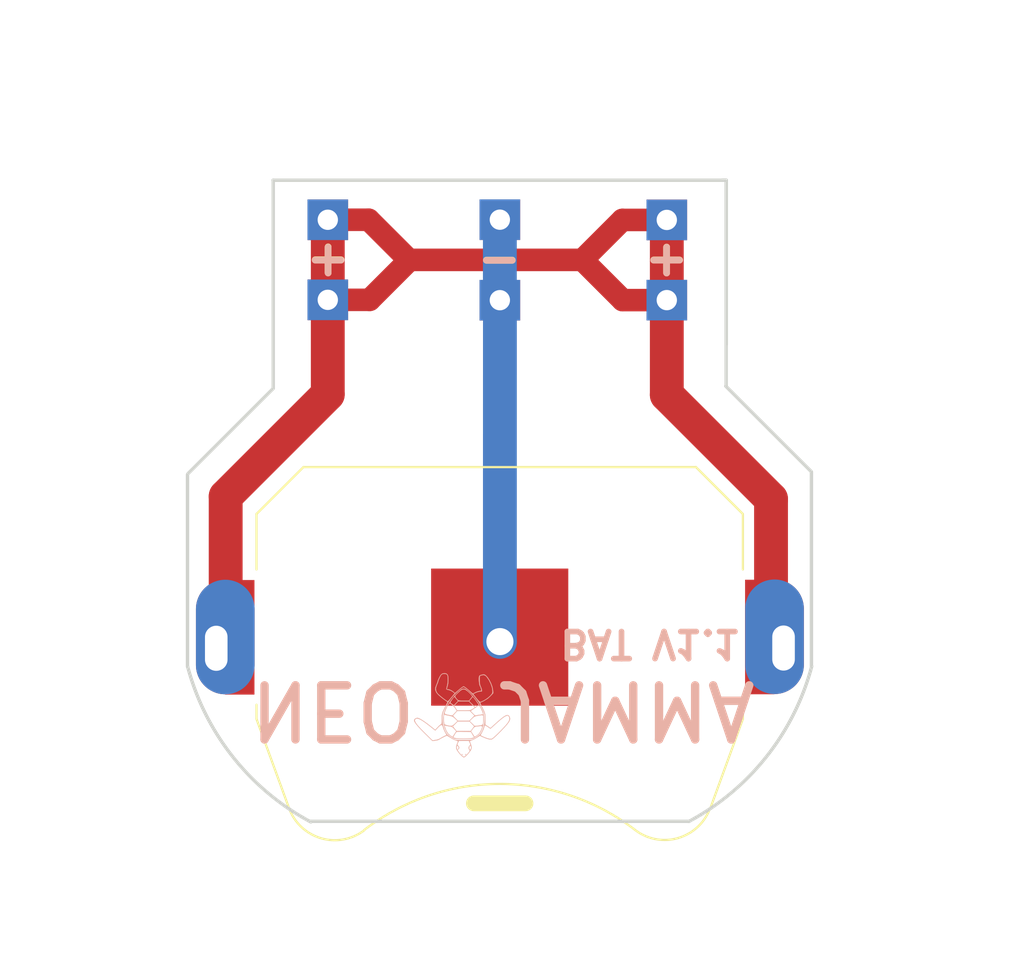
<source format=kicad_pcb>
(kicad_pcb (version 4) (host pcbnew 4.0.7)

  (general
    (links 9)
    (no_connects 0)
    (area 129.179214 77.124925 177.901612 121.537001)
    (thickness 1.6)
    (drawings 27)
    (tracks 37)
    (zones 0)
    (modules 8)
    (nets 3)
  )

  (page A4)
  (layers
    (0 F.Cu signal)
    (31 B.Cu signal)
    (32 B.Adhes user)
    (33 F.Adhes user)
    (34 B.Paste user)
    (35 F.Paste user)
    (36 B.SilkS user)
    (37 F.SilkS user)
    (38 B.Mask user)
    (39 F.Mask user)
    (40 Dwgs.User user)
    (41 Cmts.User user)
    (42 Eco1.User user)
    (43 Eco2.User user)
    (44 Edge.Cuts user)
    (45 Margin user)
    (46 B.CrtYd user)
    (47 F.CrtYd user)
    (48 B.Fab user)
    (49 F.Fab user hide)
  )

  (setup
    (last_trace_width 1.5)
    (trace_clearance 0.2)
    (zone_clearance 0.508)
    (zone_45_only no)
    (trace_min 0.2)
    (segment_width 0.15)
    (edge_width 0.15)
    (via_size 1.5)
    (via_drill 1.2)
    (via_min_size 0.4)
    (via_min_drill 0.3)
    (uvia_size 0.3)
    (uvia_drill 0.1)
    (uvias_allowed no)
    (uvia_min_size 0.2)
    (uvia_min_drill 0.1)
    (pcb_text_width 0.3)
    (pcb_text_size 1.5 1.5)
    (mod_edge_width 0.15)
    (mod_text_size 1 1)
    (mod_text_width 0.15)
    (pad_size 2 5.08)
    (pad_drill 0)
    (pad_to_mask_clearance 0.2)
    (aux_axis_origin 0 0)
    (visible_elements 7FFEFFFF)
    (pcbplotparams
      (layerselection 0x010f0_80000001)
      (usegerberextensions true)
      (excludeedgelayer false)
      (linewidth 0.100000)
      (plotframeref false)
      (viasonmask false)
      (mode 1)
      (useauxorigin false)
      (hpglpennumber 1)
      (hpglpenspeed 20)
      (hpglpendiameter 15)
      (hpglpenoverlay 2)
      (psnegative false)
      (psa4output false)
      (plotreference false)
      (plotvalue false)
      (plotinvisibletext false)
      (padsonsilk false)
      (subtractmaskfromsilk false)
      (outputformat 1)
      (mirror false)
      (drillshape 0)
      (scaleselection 1)
      (outputdirectory Gerber/))
  )

  (net 0 "")
  (net 1 "Net-(BT1-Pad2)")
  (net 2 "Net-(BT1-Pad1)")

  (net_class Default "This is the default net class."
    (clearance 0.2)
    (trace_width 1.5)
    (via_dia 1.5)
    (via_drill 1.2)
    (uvia_dia 0.3)
    (uvia_drill 0.1)
    (add_net "Net-(BT1-Pad1)")
    (add_net "Net-(BT1-Pad2)")
  )

  (module tortule:logo (layer B.Cu) (tedit 5CB0F477) (tstamp 5CB09BC4)
    (at 153.53 108.407)
    (path /5CB09EAB)
    (fp_text reference J6 (at 0.01 0.485) (layer B.SilkS) hide
      (effects (font (size 0.127 0.127) (thickness 0.03175)) (justify mirror))
    )
    (fp_text value Conn_01x01 (at 0.036 0.013) (layer B.SilkS) hide
      (effects (font (size 0.127 0.127) (thickness 0.03175)) (justify mirror))
    )
    (fp_poly (pts (xy 0.067268 1.834906) (xy 0.127446 1.784379) (xy 0.196065 1.713654) (xy 0.263256 1.633766)
      (xy 0.31915 1.555752) (xy 0.353877 1.490645) (xy 0.356074 1.484464) (xy 0.367916 1.424492)
      (xy 0.361926 1.356884) (xy 0.335628 1.268904) (xy 0.294006 1.165184) (xy 0.294066 1.131309)
      (xy 0.335852 1.109495) (xy 0.347735 1.106361) (xy 0.405082 1.084165) (xy 0.487044 1.042745)
      (xy 0.575954 0.991033) (xy 0.576611 0.990623) (xy 0.734123 0.892393) (xy 0.856011 0.949531)
      (xy 1.022945 1.019193) (xy 1.154818 1.055402) (xy 1.250415 1.057836) (xy 1.258644 1.056033)
      (xy 1.303159 1.03031) (xy 1.37735 0.969653) (xy 1.477503 0.877411) (xy 1.599904 0.756935)
      (xy 1.673653 0.681619) (xy 1.815155 0.532882) (xy 1.922335 0.413115) (xy 1.998398 0.317047)
      (xy 2.046547 0.239407) (xy 2.069985 0.174923) (xy 2.071916 0.118324) (xy 2.055545 0.064339)
      (xy 2.052629 0.05805) (xy 2.02215 0.008961) (xy 1.984684 -0.018417) (xy 1.936237 -0.022037)
      (xy 1.872815 0.00015) (xy 1.790425 0.050192) (xy 1.685072 0.130136) (xy 1.552763 0.242031)
      (xy 1.389505 0.387924) (xy 1.363894 0.411231) (xy 1.205349 0.555762) (xy 1.092039 0.479662)
      (xy 0.978728 0.403562) (xy 0.978314 0.156976) (xy 0.977162 0.044409) (xy 0.97144 -0.038515)
      (xy 0.957078 -0.108783) (xy 0.930005 -0.183382) (xy 0.886152 -0.279298) (xy 0.861495 -0.330554)
      (xy 0.745091 -0.5715) (xy 0.905444 -0.644716) (xy 1.082456 -0.75255) (xy 1.196643 -0.856282)
      (xy 1.327489 -0.994632) (xy 1.313484 -1.149082) (xy 1.285957 -1.282545) (xy 1.230926 -1.43162)
      (xy 1.157226 -1.57767) (xy 1.073693 -1.702056) (xy 1.02632 -1.754906) (xy 0.968953 -1.804295)
      (xy 0.919952 -1.822901) (xy 0.855046 -1.818869) (xy 0.842078 -1.816755) (xy 0.769246 -1.797069)
      (xy 0.716511 -1.769841) (xy 0.709042 -1.7627) (xy 0.69514 -1.718107) (xy 0.689842 -1.639741)
      (xy 0.692149 -1.543711) (xy 0.701063 -1.446128) (xy 0.715585 -1.363101) (xy 0.734717 -1.310742)
      (xy 0.737269 -1.307293) (xy 0.762954 -1.258793) (xy 0.785615 -1.188737) (xy 0.787237 -1.18182)
      (xy 0.797898 -1.122497) (xy 0.786502 -1.097378) (xy 0.743104 -1.091334) (xy 0.727575 -1.091052)
      (xy 0.656555 -1.078377) (xy 0.570266 -1.047723) (xy 0.534856 -1.030889) (xy 0.422013 -0.971874)
      (xy 0.236533 -1.133637) (xy 0.152923 -1.203338) (xy 0.080374 -1.257964) (xy 0.029176 -1.290053)
      (xy 0.013478 -1.2954) (xy -0.021592 -1.279649) (xy -0.083429 -1.23754) (xy -0.16112 -1.17679)
      (xy -0.197078 -1.146518) (xy -0.370061 -0.997637) (xy -0.457954 -1.071013) (xy -0.53635 -1.121483)
      (xy -0.621557 -1.15542) (xy -0.641223 -1.159641) (xy -0.702184 -1.170122) (xy -0.734666 -1.177137)
      (xy -0.736326 -1.177996) (xy -0.72949 -1.201772) (xy -0.712279 -1.259303) (xy -0.698226 -1.305786)
      (xy -0.673939 -1.417185) (xy -0.662089 -1.539982) (xy -0.662624 -1.658916) (xy -0.675494 -1.758723)
      (xy -0.699941 -1.823148) (xy -0.759252 -1.868062) (xy -0.839912 -1.881718) (xy -0.92326 -1.864161)
      (xy -0.984462 -1.82245) (xy -1.021686 -1.770618) (xy -1.064583 -1.694182) (xy -1.1047 -1.610583)
      (xy -1.133585 -1.537264) (xy -1.143 -1.495267) (xy -1.153306 -1.459174) (xy -1.17932 -1.396594)
      (xy -1.1938 -1.365602) (xy -1.238964 -1.239717) (xy -1.239173 -1.222597) (xy -1.214503 -1.222597)
      (xy -1.173619 -1.354554) (xy -1.1684 -1.365602) (xy -1.137818 -1.433876) (xy -1.119716 -1.483899)
      (xy -1.1176 -1.495267) (xy -1.106315 -1.540752) (xy -1.077894 -1.612659) (xy -1.040496 -1.693355)
      (xy -1.002275 -1.765206) (xy -0.972148 -1.80975) (xy -0.915204 -1.843856) (xy -0.840182 -1.855459)
      (xy -0.767338 -1.844923) (xy -0.716928 -1.812613) (xy -0.712094 -1.805069) (xy -0.69455 -1.74056)
      (xy -0.687043 -1.642703) (xy -0.689222 -1.527877) (xy -0.700737 -1.412459) (xy -0.721238 -1.312829)
      (xy -0.72272 -1.3078) (xy -0.741933 -1.234121) (xy -0.750202 -1.181534) (xy -0.748736 -1.167487)
      (xy -0.718738 -1.152178) (xy -0.658906 -1.137194) (xy -0.645956 -1.134937) (xy -0.564199 -1.108877)
      (xy -0.481214 -1.063912) (xy -0.46836 -1.054646) (xy -0.382642 -0.989266) (xy -0.524757 -0.812133)
      (xy -0.59041 -0.733379) (xy -0.645757 -0.67262) (xy -0.682325 -0.638921) (xy -0.690388 -0.635)
      (xy -0.726652 -0.650595) (xy -0.790288 -0.691924) (xy -0.870849 -0.750801) (xy -0.957889 -0.819041)
      (xy -1.040965 -0.888456) (xy -1.109628 -0.950863) (xy -1.153053 -0.997571) (xy -1.207697 -1.104774)
      (xy -1.214503 -1.222597) (xy -1.239173 -1.222597) (xy -1.240301 -1.130719) (xy -1.196534 -1.02774)
      (xy -1.146384 -0.962371) (xy -1.076116 -0.892154) (xy -0.982205 -0.810803) (xy -0.883699 -0.734716)
      (xy -0.873334 -0.727325) (xy -0.6985 -0.603858) (xy -0.8255 -0.349295) (xy -0.88079 -0.236924)
      (xy -0.917131 -0.154475) (xy -0.938499 -0.08654) (xy -0.948867 -0.017706) (xy -0.952211 0.067437)
      (xy -0.952425 0.123508) (xy -0.925585 0.123508) (xy -0.923506 0.020885) (xy -0.916057 -0.057207)
      (xy -0.898923 -0.127419) (xy -0.86779 -0.206402) (xy -0.818341 -0.310809) (xy -0.807111 -0.333692)
      (xy -0.737634 -0.462579) (xy -0.653627 -0.600386) (xy -0.569701 -0.723605) (xy -0.541926 -0.760369)
      (xy -0.463062 -0.853971) (xy -0.37077 -0.952788) (xy -0.272985 -1.049529) (xy -0.177641 -1.136903)
      (xy -0.092673 -1.20762) (xy -0.026016 -1.254388) (xy 0.0127 -1.27) (xy 0.047587 -1.254109)
      (xy 0.109558 -1.21144) (xy 0.188207 -1.149494) (xy 0.235153 -1.109619) (xy 0.385836 -0.958049)
      (xy 0.437917 -0.958049) (xy 0.549838 -1.012424) (xy 0.636902 -1.045741) (xy 0.722889 -1.064946)
      (xy 0.749344 -1.0668) (xy 0.807603 -1.070005) (xy 0.828011 -1.089443) (xy 0.823496 -1.139849)
      (xy 0.82177 -1.14935) (xy 0.798319 -1.229405) (xy 0.76768 -1.294145) (xy 0.741753 -1.369913)
      (xy 0.728245 -1.493908) (xy 0.726325 -1.559329) (xy 0.725971 -1.660462) (xy 0.729976 -1.722137)
      (xy 0.741471 -1.755681) (xy 0.763586 -1.772421) (xy 0.7874 -1.780302) (xy 0.882334 -1.799049)
      (xy 0.951289 -1.787302) (xy 1.012186 -1.740122) (xy 1.037305 -1.711436) (xy 1.136117 -1.568881)
      (xy 1.216542 -1.408815) (xy 1.270502 -1.249347) (xy 1.288064 -1.149305) (xy 1.294167 -1.065205)
      (xy 1.288892 -1.009293) (xy 1.265346 -0.962091) (xy 1.216634 -0.904121) (xy 1.191638 -0.876897)
      (xy 1.107956 -0.800812) (xy 1.001975 -0.724728) (xy 0.890691 -0.659273) (xy 0.791101 -0.615073)
      (xy 0.757755 -0.605597) (xy 0.72046 -0.621477) (xy 0.661105 -0.67747) (xy 0.583478 -0.769959)
      (xy 0.577638 -0.777474) (xy 0.437917 -0.958049) (xy 0.385836 -0.958049) (xy 0.479748 -0.863585)
      (xy 0.689621 -0.5844) (xy 0.833987 -0.330637) (xy 0.887447 -0.219528) (xy 0.921817 -0.137353)
      (xy 0.941299 -0.067898) (xy 0.950094 0.00505) (xy 0.952405 0.097705) (xy 0.952461 0.126563)
      (xy 0.938987 0.317327) (xy 0.901267 0.504626) (xy 0.843453 0.672399) (xy 0.781528 0.787783)
      (xy 0.730422 0.844667) (xy 0.691896 0.877509) (xy 0.768447 0.877509) (xy 0.776092 0.854334)
      (xy 0.802245 0.79923) (xy 0.835726 0.734581) (xy 0.879071 0.645082) (xy 0.913184 0.559717)
      (xy 0.926547 0.51435) (xy 0.943483 0.458381) (xy 0.961707 0.432086) (xy 0.963395 0.4318)
      (xy 0.993966 0.444918) (xy 1.051118 0.478539) (xy 1.094152 0.506481) (xy 1.205349 0.581162)
      (xy 1.363478 0.436631) (xy 1.533215 0.284032) (xy 1.671416 0.1662) (xy 1.781642 0.081172)
      (xy 1.867452 0.026986) (xy 1.932405 0.00168) (xy 1.980063 0.003293) (xy 2.013983 0.029863)
      (xy 2.033462 0.067348) (xy 2.046911 0.123616) (xy 2.041901 0.182608) (xy 2.015077 0.249731)
      (xy 1.963082 0.330388) (xy 1.882562 0.429987) (xy 1.770161 0.553931) (xy 1.659736 0.669402)
      (xy 1.534175 0.795916) (xy 1.425655 0.899465) (xy 1.338849 0.975851) (xy 1.278425 1.020876)
      (xy 1.257428 1.030938) (xy 1.171782 1.032481) (xy 1.054892 1.004928) (xy 0.91548 0.950539)
      (xy 0.8763 0.932126) (xy 0.8137 0.901257) (xy 0.77432 0.880984) (xy 0.768447 0.877509)
      (xy 0.691896 0.877509) (xy 0.651617 0.911845) (xy 0.561885 0.975059) (xy 0.559118 0.976797)
      (xy 0.394872 1.0795) (xy -0.369473 1.0795) (xy -0.533719 0.976797) (xy -0.623521 0.913932)
      (xy -0.702915 0.846664) (xy -0.755129 0.789248) (xy -0.756129 0.787783) (xy -0.829751 0.645144)
      (xy -0.885029 0.469431) (xy -0.917969 0.276301) (xy -0.925585 0.123508) (xy -0.952425 0.123508)
      (xy -0.9525 0.143117) (xy -0.95549 0.271924) (xy -0.96442 0.351319) (xy -0.979228 0.380796)
      (xy -0.980775 0.380983) (xy -1.01127 0.398362) (xy -1.064021 0.443903) (xy -1.127512 0.507647)
      (xy -1.245975 0.634293) (xy -1.429438 0.486511) (xy -1.600101 0.353591) (xy -1.749905 0.246136)
      (xy -1.87492 0.166652) (xy -1.971215 0.117647) (xy -2.033139 0.1016) (xy -2.104853 0.118114)
      (xy -2.161098 0.159092) (xy -2.184391 0.211686) (xy -2.184401 0.212742) (xy -2.183772 0.214641)
      (xy -2.149763 0.214641) (xy -2.137663 0.17014) (xy -2.13555 0.16745) (xy -2.080142 0.131858)
      (xy -2.002523 0.134706) (xy -1.899688 0.176668) (xy -1.787304 0.245565) (xy -1.681386 0.320414)
      (xy -1.559908 0.410519) (xy -1.44623 0.49849) (xy -1.427924 0.513138) (xy -1.242948 0.662147)
      (xy -1.12128 0.529827) (xy -1.040599 0.451175) (xy -0.981154 0.416393) (xy -0.93909 0.42518)
      (xy -0.910553 0.477235) (xy -0.901525 0.512634) (xy -0.879285 0.583126) (xy -0.84137 0.672721)
      (xy -0.813613 0.728515) (xy -0.743366 0.86013) (xy -0.860633 0.919015) (xy -0.944797 0.963472)
      (xy -1.021676 1.00762) (xy -1.046853 1.023441) (xy -1.114172 1.053925) (xy -1.203822 1.077857)
      (xy -1.242782 1.08402) (xy -1.369759 1.099058) (xy -1.711069 0.763508) (xy -1.871517 0.601583)
      (xy -1.993765 0.468325) (xy -2.079659 0.361143) (xy -2.131043 0.277445) (xy -2.149763 0.214641)
      (xy -2.183772 0.214641) (xy -2.164509 0.272758) (xy -2.105632 0.362397) (xy -2.008967 0.480202)
      (xy -1.875711 0.624714) (xy -1.707061 0.794478) (xy -1.704314 0.797165) (xy -1.369512 1.124429)
      (xy -1.240867 1.109193) (xy -1.16093 1.095914) (xy -1.100711 1.079069) (xy -1.083161 1.070037)
      (xy -1.045258 1.045496) (xy -0.980017 1.008837) (xy -0.901774 0.967459) (xy -0.824865 0.928761)
      (xy -0.763624 0.900141) (xy -0.732418 0.889) (xy -0.703494 0.901611) (xy -0.64388 0.934924)
      (xy -0.56561 0.982161) (xy -0.552725 0.990204) (xy -0.461106 1.042908) (xy -0.374102 1.085007)
      (xy -0.310085 1.107642) (xy -0.308565 1.107958) (xy -0.252797 1.125491) (xy -0.239091 1.151344)
      (xy -0.243329 1.165504) (xy -0.289445 1.281799) (xy -0.313009 1.366627) (xy -0.313412 1.374281)
      (xy -0.293015 1.374281) (xy -0.277074 1.340594) (xy -0.246378 1.342667) (xy -0.239164 1.347973)
      (xy -0.206233 1.403965) (xy -0.215532 1.469617) (xy -0.23495 1.498646) (xy -0.253198 1.521146)
      (xy -0.236287 1.511112) (xy -0.22225 1.500615) (xy -0.182499 1.445356) (xy -0.190163 1.38208)
      (xy -0.227002 1.334947) (xy -0.257567 1.302019) (xy -0.261692 1.26932) (xy -0.240653 1.215947)
      (xy -0.234998 1.20401) (xy -0.193792 1.1176) (xy 0.244591 1.1176) (xy 0.285797 1.20401)
      (xy 0.310769 1.262667) (xy 0.310783 1.297284) (xy 0.284563 1.328763) (xy 0.277801 1.334947)
      (xy 0.234248 1.398494) (xy 0.23463 1.40325) (xy 0.261711 1.40325) (xy 0.277589 1.357721)
      (xy 0.30359 1.335854) (xy 0.331322 1.349918) (xy 0.335366 1.356335) (xy 0.346177 1.409614)
      (xy 0.340871 1.45954) (xy 0.317643 1.513204) (xy 0.2912 1.516961) (xy 0.267219 1.470765)
      (xy 0.264347 1.460171) (xy 0.261711 1.40325) (xy 0.23463 1.40325) (xy 0.239906 1.46885)
      (xy 0.265199 1.51415) (xy 0.281832 1.54499) (xy 0.279639 1.575765) (xy 0.253602 1.61825)
      (xy 0.198704 1.684221) (xy 0.187029 1.697602) (xy 0.122511 1.763976) (xy 0.064323 1.81116)
      (xy 0.025588 1.8288) (xy -0.017776 1.809307) (xy -0.078142 1.758423) (xy -0.145126 1.687546)
      (xy -0.208343 1.608074) (xy -0.25741 1.531402) (xy -0.271169 1.503086) (xy -0.291835 1.432266)
      (xy -0.293015 1.374281) (xy -0.313412 1.374281) (xy -0.316496 1.43273) (xy -0.305275 1.484464)
      (xy -0.273625 1.547372) (xy -0.21967 1.62446) (xy -0.153278 1.704695) (xy -0.08432 1.77704)
      (xy -0.022664 1.830461) (xy 0.02182 1.853922) (xy 0.0254 1.8542) (xy 0.067268 1.834906)) (layer B.SilkS) (width 0.01))
    (fp_poly (pts (xy 0.5715 0.9271) (xy 0.668813 0.854582) (xy 0.735703 0.78228) (xy 0.789017 0.691802)
      (xy 0.791373 0.686996) (xy 0.873689 0.463773) (xy 0.910071 0.22424) (xy 0.909538 0.057274)
      (xy 0.89807 -0.064701) (xy 0.875642 -0.16148) (xy 0.835379 -0.258507) (xy 0.8115 -0.305443)
      (xy 0.687998 -0.512115) (xy 0.534362 -0.725409) (xy 0.364561 -0.92674) (xy 0.272677 -1.02235)
      (xy 0.186138 -1.105061) (xy 0.123236 -1.156641) (xy 0.073748 -1.183831) (xy 0.027454 -1.193371)
      (xy 0.0127 -1.1938) (xy -0.034626 -1.18823) (xy -0.082087 -1.167028) (xy -0.139904 -1.123453)
      (xy -0.218298 -1.050763) (xy -0.247278 -1.02235) (xy -0.38789 -0.871231) (xy -0.358947 -0.871231)
      (xy -0.328784 -0.916594) (xy -0.265759 -0.980275) (xy -0.228721 -1.015883) (xy -0.128242 -1.105338)
      (xy -0.047383 -1.155411) (xy 0.024405 -1.167591) (xy 0.097667 -1.14337) (xy 0.182953 -1.084237)
      (xy 0.193653 -1.075556) (xy 0.266568 -1.010769) (xy 0.329675 -0.94616) (xy 0.355395 -0.914687)
      (xy 0.403834 -0.846661) (xy 0.327067 -0.75353) (xy 0.250301 -0.6604) (xy 0.015278 -0.6604)
      (xy -0.097697 -0.661571) (xy -0.171803 -0.666678) (xy -0.218947 -0.678107) (xy -0.251038 -0.698245)
      (xy -0.269828 -0.71755) (xy -0.327712 -0.784459) (xy -0.358004 -0.831436) (xy -0.358947 -0.871231)
      (xy -0.38789 -0.871231) (xy -0.405129 -0.852704) (xy -0.556365 -0.664858) (xy -0.614804 -0.5811)
      (xy -0.5715 -0.5811) (xy -0.55784 -0.61376) (xy -0.522569 -0.672646) (xy -0.487596 -0.724492)
      (xy -0.403691 -0.843529) (xy -0.318173 -0.745614) (xy -0.232655 -0.6477) (xy -0.237637 -0.642543)
      (xy 0.257464 -0.642543) (xy 0.338282 -0.739913) (xy 0.385577 -0.795807) (xy 0.417299 -0.831246)
      (xy 0.42445 -0.837742) (xy 0.440703 -0.818903) (xy 0.479728 -0.768077) (xy 0.534539 -0.694447)
      (xy 0.56415 -0.65405) (xy 0.681257 -0.485277) (xy 0.767719 -0.340444) (xy 0.829823 -0.208608)
      (xy 0.848608 -0.158894) (xy 0.883844 -0.059024) (xy 0.5207 -0.002566) (xy 0.42545 -0.095337)
      (xy 0.371802 -0.150042) (xy 0.337314 -0.189924) (xy 0.330326 -0.202004) (xy 0.35004 -0.221666)
      (xy 0.4019 -0.260591) (xy 0.475181 -0.310784) (xy 0.48429 -0.316781) (xy 0.564919 -0.371998)
      (xy 0.630619 -0.421236) (xy 0.66763 -0.454162) (xy 0.668313 -0.454986) (xy 0.669748 -0.465159)
      (xy 0.638443 -0.447676) (xy 0.615541 -0.431576) (xy 0.532582 -0.370842) (xy 0.395023 -0.506692)
      (xy 0.257464 -0.642543) (xy -0.237637 -0.642543) (xy -0.324218 -0.552925) (xy -0.415782 -0.458151)
      (xy -0.493641 -0.507448) (xy -0.545035 -0.546087) (xy -0.570803 -0.577403) (xy -0.5715 -0.5811)
      (xy -0.614804 -0.5811) (xy -0.689144 -0.474554) (xy -0.789983 -0.300781) (xy -0.858933 -0.111962)
      (xy -0.861786 -0.091463) (xy -0.829999 -0.091463) (xy -0.82588 -0.130224) (xy -0.803096 -0.199614)
      (xy -0.767728 -0.285895) (xy -0.725855 -0.375332) (xy -0.683559 -0.454186) (xy -0.646919 -0.508721)
      (xy -0.643645 -0.512481) (xy -0.614476 -0.538466) (xy -0.584406 -0.538213) (xy -0.534804 -0.510192)
      (xy -0.523133 -0.502586) (xy -0.461364 -0.449597) (xy -0.450832 -0.437653) (xy -0.410995 -0.437653)
      (xy -0.314643 -0.536326) (xy -0.218291 -0.635) (xy 0.243035 -0.635) (xy 0.513479 -0.361154)
      (xy 0.415943 -0.294877) (xy 0.370419 -0.266238) (xy 0.326499 -0.247287) (xy 0.272412 -0.236039)
      (xy 0.196389 -0.230511) (xy 0.08666 -0.228717) (xy 0.022879 -0.2286) (xy -0.27265 -0.2286)
      (xy -0.341822 -0.333126) (xy -0.410995 -0.437653) (xy -0.450832 -0.437653) (xy -0.394849 -0.374168)
      (xy -0.363737 -0.331239) (xy -0.285601 -0.21316) (xy -0.385487 -0.106078) (xy -0.485372 0.001005)
      (xy -0.651013 -0.02784) (xy -0.740973 -0.048184) (xy -0.805245 -0.071811) (xy -0.829999 -0.091463)
      (xy -0.861786 -0.091463) (xy -0.888049 0.097231) (xy -0.885846 0.143333) (xy -0.863212 0.143333)
      (xy -0.862344 0.043815) (xy -0.857778 -0.014118) (xy -0.847288 -0.039657) (xy -0.828652 -0.041996)
      (xy -0.81915 -0.038783) (xy -0.770815 -0.025173) (xy -0.691762 -0.008019) (xy -0.6223 0.004872)
      (xy -0.618811 0.005682) (xy -0.462201 0.005682) (xy -0.273489 -0.2032) (xy 0.29449 -0.2032)
      (xy 0.393766 -0.101531) (xy 0.493043 0.000137) (xy 0.380933 0.114369) (xy 0.268823 0.2286)
      (xy -0.243424 0.2286) (xy -0.352812 0.117141) (xy -0.462201 0.005682) (xy -0.618811 0.005682)
      (xy -0.521007 0.028384) (xy -0.445064 0.0653) (xy -0.369029 0.128352) (xy -0.3619 0.135176)
      (xy -0.2539 0.239276) (xy -0.257873 0.243325) (xy 0.279299 0.243325) (xy 0.383828 0.136819)
      (xy 0.459009 0.06903) (xy 0.531244 0.030118) (xy 0.625794 0.006714) (xy 0.631528 0.005716)
      (xy 0.747498 -0.014023) (xy 0.82217 -0.021976) (xy 0.864584 -0.013212) (xy 0.883778 0.017204)
      (xy 0.88879 0.074203) (xy 0.888653 0.14605) (xy 0.887176 0.267861) (xy 0.878921 0.348404)
      (xy 0.857263 0.397213) (xy 0.815578 0.42382) (xy 0.747243 0.437759) (xy 0.680944 0.444988)
      (xy 0.502988 0.46286) (xy 0.391144 0.353092) (xy 0.279299 0.243325) (xy -0.257873 0.243325)
      (xy -0.360839 0.348238) (xy -0.436884 0.416916) (xy -0.499182 0.450206) (xy -0.545039 0.456595)
      (xy -0.639627 0.448703) (xy -0.731757 0.429417) (xy -0.804936 0.403192) (xy -0.841527 0.376487)
      (xy -0.851716 0.336253) (xy -0.85936 0.260233) (xy -0.863067 0.16343) (xy -0.863212 0.143333)
      (xy -0.885846 0.143333) (xy -0.877594 0.315981) (xy -0.84658 0.451529) (xy -0.825605 0.451529)
      (xy -0.814595 0.437866) (xy -0.792634 0.444015) (xy -0.74255 0.45652) (xy -0.664681 0.469179)
      (xy -0.6223 0.474314) (xy -0.595146 0.479043) (xy -0.464286 0.479043) (xy -0.353855 0.366522)
      (xy -0.243424 0.254) (xy 0.268823 0.254) (xy 0.376369 0.363582) (xy 0.483914 0.473163)
      (xy 0.406898 0.579482) (xy 0.329881 0.6858) (xy -0.300532 0.6858) (xy -0.382409 0.582422)
      (xy -0.464286 0.479043) (xy -0.595146 0.479043) (xy -0.53878 0.488859) (xy -0.477928 0.518937)
      (xy -0.416584 0.576936) (xy -0.403792 0.591196) (xy -0.312284 0.694572) (xy -0.314862 0.6985)
      (xy 0.340715 0.6985) (xy 0.418007 0.592954) (xy 0.453567 0.545917) (xy 0.485592 0.514205)
      (xy 0.525205 0.493795) (xy 0.583532 0.48067) (xy 0.671699 0.470808) (xy 0.78105 0.461779)
      (xy 0.827872 0.471843) (xy 0.8382 0.494576) (xy 0.8284 0.536943) (xy 0.803056 0.607822)
      (xy 0.776901 0.670559) (xy 0.713994 0.782257) (xy 0.633223 0.86263) (xy 0.60795 0.880407)
      (xy 0.543772 0.92107) (xy 0.507718 0.935131) (xy 0.486216 0.925009) (xy 0.472399 0.904561)
      (xy 0.439458 0.851142) (xy 0.396633 0.784167) (xy 0.392607 0.777988) (xy 0.340715 0.6985)
      (xy -0.314862 0.6985) (xy -0.365692 0.775934) (xy -0.40894 0.843041) (xy -0.444018 0.899473)
      (xy -0.447 0.904471) (xy -0.46638 0.930301) (xy -0.490678 0.933662) (xy -0.533463 0.912143)
      (xy -0.582595 0.880378) (xy -0.677804 0.793054) (xy -0.754432 0.667213) (xy -0.814535 0.501954)
      (xy -0.825605 0.451529) (xy -0.84658 0.451529) (xy -0.82783 0.533472) (xy -0.765974 0.686996)
      (xy -0.712875 0.778728) (xy -0.64696 0.851453) (xy -0.551382 0.923566) (xy -0.5461 0.9271)
      (xy -0.485415 0.967557) (xy -0.441685 0.967557) (xy -0.441391 0.946184) (xy -0.421648 0.905716)
      (xy -0.38023 0.836676) (xy -0.341823 0.77395) (xy -0.324169 0.747485) (xy -0.303212 0.729726)
      (xy -0.269693 0.719204) (xy -0.21435 0.71445) (xy -0.127923 0.713995) (xy -0.001152 0.716368)
      (xy 0.018396 0.7168) (xy 0.339438 0.7239) (xy 0.410714 0.845295) (xy 0.48199 0.966689)
      (xy 0.417141 0.991345) (xy 0.362461 1.001799) (xy 0.269579 1.009283) (xy 0.151008 1.013803)
      (xy 0.01926 1.015364) (xy -0.113154 1.013975) (xy -0.233722 1.009641) (xy -0.329932 1.002368)
      (xy -0.389272 0.992163) (xy -0.392846 0.990926) (xy -0.424761 0.979312) (xy -0.441685 0.967557)
      (xy -0.485415 0.967557) (xy -0.3937 1.0287) (xy 0.4191 1.0287) (xy 0.5715 0.9271)) (layer B.SilkS) (width 0.01))
    (fp_poly (pts (xy -0.033369 1.736193) (xy -0.0381 1.7272) (xy -0.062033 1.702943) (xy -0.066499 1.7018)
      (xy -0.068232 1.718208) (xy -0.0635 1.7272) (xy -0.039568 1.751458) (xy -0.035102 1.7526)
      (xy -0.033369 1.736193)) (layer B.SilkS) (width 0.01))
    (fp_poly (pts (xy 0.097675 1.742326) (xy 0.124729 1.718715) (xy 0.127 1.713001) (xy 0.114945 1.702562)
      (xy 0.089849 1.725954) (xy 0.086474 1.731125) (xy 0.08348 1.748506) (xy 0.097675 1.742326)) (layer B.SilkS) (width 0.01))
  )

  (module pin:Pin_Header_Straight_1x01_Pitch2.54mm (layer F.Cu) (tedit 6169EF22) (tstamp 5CB5CB32)
    (at 147.523 86.418)
    (descr "Through hole straight pin header, 1x01, 2.54mm pitch, single row")
    (tags "Through hole pin header THT 1x01 2.54mm single row")
    (path /5CB0DF76)
    (fp_text reference J5 (at 0 0.03) (layer F.SilkS)
      (effects (font (size 0.127 0.127) (thickness 0.03175)))
    )
    (fp_text value Conn_01x01 (at 0 2.33) (layer F.Fab)
      (effects (font (size 1 1) (thickness 0.15)))
    )
    (fp_line (start -1.8 -1.8) (end -1.8 1.8) (layer F.CrtYd) (width 0.05))
    (fp_line (start -1.8 1.8) (end 1.8 1.8) (layer F.CrtYd) (width 0.05))
    (fp_line (start 1.8 1.8) (end 1.8 -1.8) (layer F.CrtYd) (width 0.05))
    (fp_line (start 1.8 -1.8) (end -1.8 -1.8) (layer F.CrtYd) (width 0.05))
    (fp_text user %R (at 0 0 90) (layer F.Fab)
      (effects (font (size 1 1) (thickness 0.15)))
    )
    (pad 1 thru_hole rect (at 0 0) (size 1.8 1.8) (drill 0.9) (layers *.Cu *.Mask)
      (net 2 "Net-(BT1-Pad1)"))
    (model ${KISYS3DMOD}/Pin_Headers.3dshapes/Pin_Header_Straight_1x01_Pitch2.54mm.wrl
      (at (xyz 0 0 0))
      (scale (xyz 1 1 1))
      (rotate (xyz 0 0 0))
    )
  )

  (module pin:Pin_Header_Straight_1x01_Pitch2.54mm (layer F.Cu) (tedit 6169EF22) (tstamp 5CB5CB1E)
    (at 147.523 89.969)
    (descr "Through hole straight pin header, 1x01, 2.54mm pitch, single row")
    (tags "Through hole pin header THT 1x01 2.54mm single row")
    (path /5CB09AA9)
    (fp_text reference J4 (at 0 0.03) (layer F.SilkS)
      (effects (font (size 0.127 0.127) (thickness 0.03175)))
    )
    (fp_text value Conn_01x01 (at 0 2.33) (layer F.Fab)
      (effects (font (size 1 1) (thickness 0.15)))
    )
    (fp_line (start -1.8 -1.8) (end -1.8 1.8) (layer F.CrtYd) (width 0.05))
    (fp_line (start -1.8 1.8) (end 1.8 1.8) (layer F.CrtYd) (width 0.05))
    (fp_line (start 1.8 1.8) (end 1.8 -1.8) (layer F.CrtYd) (width 0.05))
    (fp_line (start 1.8 -1.8) (end -1.8 -1.8) (layer F.CrtYd) (width 0.05))
    (fp_text user %R (at 0 0 90) (layer F.Fab)
      (effects (font (size 1 1) (thickness 0.15)))
    )
    (pad 1 thru_hole rect (at 0 0) (size 1.8 1.8) (drill 0.9) (layers *.Cu *.Mask)
      (net 2 "Net-(BT1-Pad1)"))
    (model ${KISYS3DMOD}/Pin_Headers.3dshapes/Pin_Header_Straight_1x01_Pitch2.54mm.wrl
      (at (xyz 0 0 0))
      (scale (xyz 1 1 1))
      (rotate (xyz 0 0 0))
    )
  )

  (module pin:Pin_Header_Straight_1x01_Pitch2.54mm (layer F.Cu) (tedit 6169EF22) (tstamp 5CB5CAE2)
    (at 155.15 86.414)
    (descr "Through hole straight pin header, 1x01, 2.54mm pitch, single row")
    (tags "Through hole pin header THT 1x01 2.54mm single row")
    (path /5CB09ADD)
    (fp_text reference J1 (at 0 0.03) (layer F.SilkS)
      (effects (font (size 0.127 0.127) (thickness 0.03175)))
    )
    (fp_text value Conn_01x01 (at 0 2.33) (layer F.Fab)
      (effects (font (size 1 1) (thickness 0.15)))
    )
    (fp_line (start -1.8 -1.8) (end -1.8 1.8) (layer F.CrtYd) (width 0.05))
    (fp_line (start -1.8 1.8) (end 1.8 1.8) (layer F.CrtYd) (width 0.05))
    (fp_line (start 1.8 1.8) (end 1.8 -1.8) (layer F.CrtYd) (width 0.05))
    (fp_line (start 1.8 -1.8) (end -1.8 -1.8) (layer F.CrtYd) (width 0.05))
    (fp_text user %R (at 0 0 90) (layer F.Fab)
      (effects (font (size 1 1) (thickness 0.15)))
    )
    (pad 1 thru_hole rect (at 0 0) (size 1.8 1.8) (drill 0.9) (layers *.Cu *.Mask)
      (net 1 "Net-(BT1-Pad2)"))
    (model ${KISYS3DMOD}/Pin_Headers.3dshapes/Pin_Header_Straight_1x01_Pitch2.54mm.wrl
      (at (xyz 0 0 0))
      (scale (xyz 1 1 1))
      (rotate (xyz 0 0 0))
    )
  )

  (module pin:Pin_Header_Straight_1x01_Pitch2.54mm (layer F.Cu) (tedit 6169EF22) (tstamp 6169AFC5)
    (at 155.15 89.984)
    (descr "Through hole straight pin header, 1x01, 2.54mm pitch, single row")
    (tags "Through hole pin header THT 1x01 2.54mm single row")
    (path /5CB09ADD)
    (fp_text reference J1 (at 0 0.03) (layer F.SilkS)
      (effects (font (size 0.127 0.127) (thickness 0.03175)))
    )
    (fp_text value Conn_01x01 (at 0 2.33) (layer F.Fab)
      (effects (font (size 1 1) (thickness 0.15)))
    )
    (fp_line (start -1.8 -1.8) (end -1.8 1.8) (layer F.CrtYd) (width 0.05))
    (fp_line (start -1.8 1.8) (end 1.8 1.8) (layer F.CrtYd) (width 0.05))
    (fp_line (start 1.8 1.8) (end 1.8 -1.8) (layer F.CrtYd) (width 0.05))
    (fp_line (start 1.8 -1.8) (end -1.8 -1.8) (layer F.CrtYd) (width 0.05))
    (fp_text user %R (at 0 0 90) (layer F.Fab)
      (effects (font (size 1 1) (thickness 0.15)))
    )
    (pad 1 thru_hole rect (at 0 0) (size 1.8 1.8) (drill 0.9) (layers *.Cu *.Mask)
      (net 1 "Net-(BT1-Pad2)"))
    (model ${KISYS3DMOD}/Pin_Headers.3dshapes/Pin_Header_Straight_1x01_Pitch2.54mm.wrl
      (at (xyz 0 0 0))
      (scale (xyz 1 1 1))
      (rotate (xyz 0 0 0))
    )
  )

  (module pin:Pin_Header_Straight_1x01_Pitch2.54mm (layer F.Cu) (tedit 6169EF22) (tstamp 5CB5CB0A)
    (at 162.55 86.425)
    (descr "Through hole straight pin header, 1x01, 2.54mm pitch, single row")
    (tags "Through hole pin header THT 1x01 2.54mm single row")
    (path /5CB0DF34)
    (fp_text reference J3 (at 0 0.03) (layer F.SilkS)
      (effects (font (size 0.127 0.127) (thickness 0.03175)))
    )
    (fp_text value Conn_01x01 (at 0 2.33) (layer F.Fab)
      (effects (font (size 1 1) (thickness 0.15)))
    )
    (fp_line (start -1.8 -1.8) (end -1.8 1.8) (layer F.CrtYd) (width 0.05))
    (fp_line (start -1.8 1.8) (end 1.8 1.8) (layer F.CrtYd) (width 0.05))
    (fp_line (start 1.8 1.8) (end 1.8 -1.8) (layer F.CrtYd) (width 0.05))
    (fp_line (start 1.8 -1.8) (end -1.8 -1.8) (layer F.CrtYd) (width 0.05))
    (fp_text user %R (at 0 0 90) (layer F.Fab)
      (effects (font (size 1 1) (thickness 0.15)))
    )
    (pad 1 thru_hole rect (at 0 0) (size 1.8 1.8) (drill 0.9) (layers *.Cu *.Mask)
      (net 2 "Net-(BT1-Pad1)"))
    (model ${KISYS3DMOD}/Pin_Headers.3dshapes/Pin_Header_Straight_1x01_Pitch2.54mm.wrl
      (at (xyz 0 0 0))
      (scale (xyz 1 1 1))
      (rotate (xyz 0 0 0))
    )
  )

  (module pin:Pin_Header_Straight_1x01_Pitch2.54mm (layer F.Cu) (tedit 6169EF22) (tstamp 5CB5CAF6)
    (at 162.55 89.981)
    (descr "Through hole straight pin header, 1x01, 2.54mm pitch, single row")
    (tags "Through hole pin header THT 1x01 2.54mm single row")
    (path /5CB09A48)
    (fp_text reference J2 (at 0 0.03) (layer F.SilkS)
      (effects (font (size 0.127 0.127) (thickness 0.03175)))
    )
    (fp_text value Conn_01x01 (at 0 2.33) (layer F.Fab)
      (effects (font (size 1 1) (thickness 0.15)))
    )
    (fp_line (start -1.8 -1.8) (end -1.8 1.8) (layer F.CrtYd) (width 0.05))
    (fp_line (start -1.8 1.8) (end 1.8 1.8) (layer F.CrtYd) (width 0.05))
    (fp_line (start 1.8 1.8) (end 1.8 -1.8) (layer F.CrtYd) (width 0.05))
    (fp_line (start 1.8 -1.8) (end -1.8 -1.8) (layer F.CrtYd) (width 0.05))
    (fp_text user %R (at 0 0 90) (layer F.Fab)
      (effects (font (size 1 1) (thickness 0.15)))
    )
    (pad 1 thru_hole rect (at 0 0) (size 1.8 1.8) (drill 0.9) (layers *.Cu *.Mask)
      (net 2 "Net-(BT1-Pad1)"))
    (model ${KISYS3DMOD}/Pin_Headers.3dshapes/Pin_Header_Straight_1x01_Pitch2.54mm.wrl
      (at (xyz 0 0 0))
      (scale (xyz 1 1 1))
      (rotate (xyz 0 0 0))
    )
  )

  (module holder:Keystone_3034_1x20mm-CoinCell (layer F.Cu) (tedit 616B157B) (tstamp 5CB09BB1)
    (at 155.143 104.927)
    (descr "Keystone 3034 SMD battery holder for 2020, 2025 and 2032 coincell batteries. http://www.keyelco.com/product-pdf.cfm?p=798")
    (tags "Keystone type 3034 coin cell retainer")
    (path /5CB09B0B)
    (attr smd)
    (fp_text reference BT1 (at 0 0) (layer F.SilkS)
      (effects (font (size 0.127 0.127) (thickness 0.03175)))
    )
    (fp_text value Battery_Cell (at 0 11.5) (layer F.Fab)
      (effects (font (size 1 1) (thickness 0.15)))
    )
    (fp_text user %R (at 0 -2.9) (layer F.Fab)
      (effects (font (size 1 1) (thickness 0.15)))
    )
    (fp_circle (center 0 0) (end 0 10.25) (layer Dwgs.User) (width 0.15))
    (fp_arc (start 0 16.36) (end 6 8.55) (angle -75.1) (layer F.SilkS) (width 0.1))
    (fp_arc (start -7.31 6.85) (end -9.34 7.58) (angle -107.5) (layer F.SilkS) (width 0.1))
    (fp_line (start -10.78 3.63) (end -9.34 7.58) (layer F.SilkS) (width 0.1))
    (fp_line (start -8.7 -7.54) (end -10.78 -5.46) (layer F.SilkS) (width 0.1))
    (fp_line (start 8.7 -7.54) (end -8.7 -7.54) (layer F.SilkS) (width 0.1))
    (fp_line (start 8.7 -7.54) (end 10.78 -5.46) (layer F.SilkS) (width 0.1))
    (fp_line (start 10.78 3.63) (end 9.34 7.58) (layer F.SilkS) (width 0.1))
    (fp_arc (start 7.31 6.85) (end 6 8.55) (angle -107.5) (layer F.SilkS) (width 0.1))
    (fp_line (start -10.78 -5.46) (end -10.78 -3) (layer F.SilkS) (width 0.1))
    (fp_line (start -10.78 3) (end -10.78 3.63) (layer F.SilkS) (width 0.1))
    (fp_line (start 10.78 -5.46) (end 10.78 -3) (layer F.SilkS) (width 0.1))
    (fp_line (start 10.78 3) (end 10.78 3.63) (layer F.SilkS) (width 0.1))
    (fp_line (start -9.19 7.53) (end -10.63 3.6) (layer F.Fab) (width 0.1))
    (fp_line (start -10.63 3.6) (end -10.63 -5.4) (layer F.Fab) (width 0.1))
    (fp_line (start -10.63 -5.4) (end -8.64 -7.39) (layer F.Fab) (width 0.1))
    (fp_line (start -8.64 -7.39) (end 8.64 -7.39) (layer F.Fab) (width 0.1))
    (fp_line (start 8.64 -7.39) (end 10.63 -5.4) (layer F.Fab) (width 0.1))
    (fp_line (start 10.63 -5.4) (end 10.63 3.6) (layer F.Fab) (width 0.1))
    (fp_line (start 10.63 3.6) (end 9.19 7.53) (layer F.Fab) (width 0.1))
    (fp_arc (start 7.31 6.85) (end 6.1 8.43) (angle -107.5) (layer F.Fab) (width 0.1))
    (fp_arc (start 0 16.36) (end 6.1 8.43) (angle -75.1) (layer F.Fab) (width 0.1))
    (fp_arc (start -7.31 6.85) (end -9.19 7.53) (angle -107.5) (layer F.Fab) (width 0.1))
    (fp_line (start 11.87 -2.79) (end 10.88 -2.79) (layer F.CrtYd) (width 0.05))
    (fp_line (start 10.88 -2.79) (end 10.88 -5.5) (layer F.CrtYd) (width 0.05))
    (fp_line (start 10.88 -5.5) (end 8.74 -7.64) (layer F.CrtYd) (width 0.05))
    (fp_line (start 8.74 -7.64) (end 7.2 -7.64) (layer F.CrtYd) (width 0.05))
    (fp_arc (start 0 0) (end 7.2 -7.64) (angle -86.6) (layer F.CrtYd) (width 0.05))
    (fp_line (start -7.2 -7.64) (end -8.74 -7.64) (layer F.CrtYd) (width 0.05))
    (fp_line (start -8.74 -7.64) (end -10.88 -5.5) (layer F.CrtYd) (width 0.05))
    (fp_line (start -10.88 -5.5) (end -10.88 -2.79) (layer F.CrtYd) (width 0.05))
    (fp_line (start -10.88 -2.79) (end -11.87 -2.79) (layer F.CrtYd) (width 0.05))
    (fp_line (start -11.87 -2.79) (end -11.87 2.79) (layer F.CrtYd) (width 0.05))
    (fp_line (start -11.87 2.79) (end -10.88 2.79) (layer F.CrtYd) (width 0.05))
    (fp_line (start -10.88 2.79) (end -10.88 3.64) (layer F.CrtYd) (width 0.05))
    (fp_line (start -10.88 3.64) (end -9.44 7.62) (layer F.CrtYd) (width 0.05))
    (fp_arc (start -7.31 6.85) (end -9.43 7.62) (angle -106.9) (layer F.CrtYd) (width 0.05))
    (fp_arc (start 0 0) (end -5.96 8.64) (angle -69.1) (layer F.CrtYd) (width 0.05))
    (fp_arc (start 7.31 6.85) (end 5.96 8.64) (angle -106.9) (layer F.CrtYd) (width 0.05))
    (fp_line (start 9.43 7.63) (end 10.88 3.64) (layer F.CrtYd) (width 0.05))
    (fp_line (start 10.88 3.64) (end 10.88 2.79) (layer F.CrtYd) (width 0.05))
    (fp_line (start 10.88 2.79) (end 11.87 2.79) (layer F.CrtYd) (width 0.05))
    (fp_line (start 11.87 2.79) (end 11.87 -2.79) (layer F.CrtYd) (width 0.05))
    (pad 1 smd rect (at -11.021 0.008) (size 1.3 5.08) (drill oval (offset -0.5 0)) (layers F.Cu F.Paste F.Mask)
      (net 2 "Net-(BT1-Pad1)"))
    (pad 1 smd rect (at 12.027 -0.005) (size 1.3 5.08) (drill oval (offset -0.5 0)) (layers F.Cu F.Paste F.Mask)
      (net 2 "Net-(BT1-Pad1)"))
    (pad 1 thru_hole oval (at -12.564 0.495) (size 2.6 5.08) (drill oval 1 2 (offset 0.4 -0.5)) (layers *.Cu *.Mask)
      (net 2 "Net-(BT1-Pad1)"))
    (pad 2 smd rect (at 0 0) (size 6.08 6.08) (layers F.Cu F.Paste F.Mask)
      (net 1 "Net-(BT1-Pad2)"))
    (pad 1 thru_hole oval (at 12.582 0.484) (size 2.6 5.08) (drill oval 1 2 (offset -0.4 -0.5)) (layers *.Cu *.Mask)
      (net 2 "Net-(BT1-Pad1)"))
    (model ${KISYS3DMOD}/Battery_Holders.3dshapes/Keystone_3034_1x20mm-CoinCell.wrl
      (at (xyz 0 0 0))
      (scale (xyz 1 1 1))
      (rotate (xyz 0 0 0))
    )
  )

  (gr_line (start 145.105 84.673) (end 145.125 84.673) (angle 90) (layer Edge.Cuts) (width 0.15))
  (gr_line (start 145.105 93.899) (end 145.105 84.673) (angle 90) (layer Edge.Cuts) (width 0.15))
  (gr_line (start 165.181 84.658) (end 165.014 84.658) (angle 90) (layer Edge.Cuts) (width 0.15))
  (gr_line (start 165.181 93.795) (end 165.181 84.658) (angle 90) (layer Edge.Cuts) (width 0.15))
  (dimension 31.128209 (width 0.3) (layer Cmts.User)
    (gr_text "31.128 mm" (at 135.679213 102.085655 270.2098333) (layer Cmts.User)
      (effects (font (size 1.5 1.5) (thickness 0.3)))
    )
    (feature1 (pts (xy 145.199 117.615) (xy 134.386222 117.654599)))
    (feature2 (pts (xy 145.085 86.487) (xy 134.272222 86.526599)))
    (crossbar (pts (xy 136.972204 86.516711) (xy 137.086204 117.644711)))
    (arrow1a (pts (xy 137.086204 117.644711) (xy 136.495662 116.520362)))
    (arrow1b (pts (xy 137.086204 117.644711) (xy 137.668495 116.516067)))
    (arrow2a (pts (xy 136.972204 86.516711) (xy 136.389913 87.645355)))
    (arrow2b (pts (xy 136.972204 86.516711) (xy 137.562746 87.64106)))
  )
  (gr_line (start 165.186 91.945) (end 165.186 84.676) (angle 90) (layer Edge.Cuts) (width 0.15))
  (gr_line (start 141.305 106.238) (end 141.305 97.719) (angle 90) (layer Edge.Cuts) (width 0.15))
  (gr_line (start 168.961 106.213) (end 168.961 97.597) (angle 90) (layer Edge.Cuts) (width 0.15))
  (gr_line (start 163.54 113.096) (end 146.761 113.096) (angle 90) (layer Edge.Cuts) (width 0.15))
  (gr_arc (start 151.952 103.412) (end 146.771 113.125) (angle 47) (layer Edge.Cuts) (width 0.15))
  (gr_arc (start 158.344 103.404) (end 168.974 106.223) (angle 47) (layer Edge.Cuts) (width 0.15))
  (gr_text + (at 147.538 88.086) (layer F.SilkS)
    (effects (font (size 1.5 1.5) (thickness 0.3)))
  )
  (gr_text - (at 155.128 88.102) (layer F.SilkS)
    (effects (font (size 1.5 1.5) (thickness 0.3)))
  )
  (gr_text + (at 162.542 88.094) (layer F.SilkS)
    (effects (font (size 1.5 1.5) (thickness 0.3)))
  )
  (dimension 25.481132 (width 0.3) (layer Cmts.User)
    (gr_text "25.481 mm" (at 155.195777 119.693958 0.1843819984) (layer Cmts.User)
      (effects (font (size 1.5 1.5) (thickness 0.3)))
    )
    (feature1 (pts (xy 167.884 103.408) (xy 167.940622 121.002951)))
    (feature2 (pts (xy 142.403 103.49) (xy 142.459622 121.084951)))
    (crossbar (pts (xy 142.450933 118.384965) (xy 167.931933 118.302965)))
    (arrow1a (pts (xy 167.931933 118.302965) (xy 166.807322 118.893008)))
    (arrow1b (pts (xy 167.931933 118.302965) (xy 166.803548 117.720172)))
    (arrow2a (pts (xy 142.450933 118.384965) (xy 143.579318 118.967758)))
    (arrow2b (pts (xy 142.450933 118.384965) (xy 143.575544 117.794922)))
  )
  (gr_line (start 168.935 97.566) (end 165.164 93.795) (angle 90) (layer Edge.Cuts) (width 0.15))
  (gr_line (start 145.085 93.919) (end 141.326 97.678) (angle 90) (layer Edge.Cuts) (width 0.15))
  (gr_line (start 145.096 84.665) (end 165.106 84.665) (angle 90) (layer Edge.Cuts) (width 0.15))
  (gr_text - (at 155.128 88.109) (layer B.SilkS)
    (effects (font (size 1.5 1.5) (thickness 0.3)))
  )
  (gr_text + (at 147.538 88.102) (layer B.SilkS)
    (effects (font (size 1.5 1.5) (thickness 0.3)))
  )
  (gr_text + (at 162.542 88.102) (layer B.SilkS)
    (effects (font (size 1.5 1.5) (thickness 0.3)))
  )
  (gr_text "BAT V1.1" (at 161.828 105.222 180) (layer B.SilkS)
    (effects (font (size 1.2 1.2) (thickness 0.25)) (justify mirror))
  )
  (gr_text "NEO  JAMMA" (at 155.291 108.156 180) (layer B.SilkS)
    (effects (font (size 2.4 2.4) (thickness 0.37)) (justify mirror))
  )
  (gr_text - (at 155.143 112.09) (layer F.SilkS)
    (effects (font (size 3 3) (thickness 0.7)))
  )
  (dimension 7.49868 (width 0.3) (layer Cmts.User)
    (gr_text "7.499 mm" (at 158.662882 78.525302 0.7717422998) (layer Cmts.User)
      (effects (font (size 1.5 1.5) (thickness 0.3)))
    )
    (feature1 (pts (xy 155.042 88.087) (xy 154.895699 77.225925)))
    (feature2 (pts (xy 162.54 87.986) (xy 162.393699 77.124925)))
    (crossbar (pts (xy 162.430065 79.82468) (xy 154.932065 79.92568)))
    (arrow1a (pts (xy 154.932065 79.92568) (xy 156.050568 79.32414)))
    (arrow1b (pts (xy 154.932065 79.92568) (xy 156.066365 80.496875)))
    (arrow2a (pts (xy 162.430065 79.82468) (xy 161.295765 79.253485)))
    (arrow2b (pts (xy 162.430065 79.82468) (xy 161.311562 80.42622)))
  )
  (dimension 3.506089 (width 0.3) (layer Cmts.User)
    (gr_text "3.506 mm" (at 172.115897 91.395823 270.4085483) (layer Cmts.User)
      (effects (font (size 1.5 1.5) (thickness 0.3)))
    )
    (feature1 (pts (xy 165.933 93.193) (xy 173.478363 93.139197)))
    (feature2 (pts (xy 165.908 89.687) (xy 173.453363 89.633197)))
    (crossbar (pts (xy 170.753432 89.652449) (xy 170.778432 93.158449)))
    (arrow1a (pts (xy 170.778432 93.158449) (xy 170.183994 92.036155)))
    (arrow1b (pts (xy 170.778432 93.158449) (xy 171.356805 92.027792)))
    (arrow2a (pts (xy 170.753432 89.652449) (xy 170.175059 90.783106)))
    (arrow2b (pts (xy 170.753432 89.652449) (xy 171.34787 90.774743)))
  )
  (dimension 15.009276 (width 0.3) (layer Cmts.User)
    (gr_text "15.009 mm" (at 154.993592 81.72476 0.3473817076) (layer Cmts.User)
      (effects (font (size 1.5 1.5) (thickness 0.3)))
    )
    (feature1 (pts (xy 162.545 89.416) (xy 162.489907 80.329285)))
    (feature2 (pts (xy 147.536 89.507) (xy 147.480907 80.420285)))
    (crossbar (pts (xy 147.497277 83.120235) (xy 162.506277 83.029235)))
    (arrow1a (pts (xy 162.506277 83.029235) (xy 161.383349 83.622475)))
    (arrow1b (pts (xy 162.506277 83.029235) (xy 161.376239 82.449655)))
    (arrow2a (pts (xy 147.497277 83.120235) (xy 148.627315 83.699815)))
    (arrow2b (pts (xy 147.497277 83.120235) (xy 148.620205 82.526995)))
  )

  (segment (start 155.151 105.138) (end 155.153 89.987) (width 1.5) (layer B.Cu) (net 1))
  (segment (start 155.153 89.987) (end 155.15 89.984) (width 1.5) (layer B.Cu) (net 1) (tstamp 616B1456))
  (segment (start 155.203 105.076) (end 155.153 105.126) (width 0.8) (layer B.Cu) (net 1) (tstamp 616A7F9B))
  (segment (start 155.15 89.984) (end 155.15 86.414) (width 1.5) (layer B.Cu) (net 1))
  (segment (start 155.052 90.082) (end 155.15 89.984) (width 0.8) (layer B.Cu) (net 1) (tstamp 616A7F7E))
  (segment (start 155.153 105.126) (end 155.222 105.195) (width 0.8) (layer F.Cu) (net 1) (tstamp 5CC8D183))
  (via (at 155.153 105.126) (size 1.5) (drill 1.2) (layers F.Cu B.Cu) (net 1))
  (segment (start 155.168 105.111) (end 155.153 105.126) (width 0.8) (layer B.Cu) (net 1) (tstamp 5CC8D177))
  (segment (start 155.222 105.195) (end 155.244 105.195) (width 0.8) (layer F.Cu) (net 1) (tstamp 5CC8D184))
  (segment (start 167.17 105.073) (end 167.17 98.801) (width 1.5) (layer F.Cu) (net 2))
  (segment (start 162.55 94.181) (end 167.17 98.801) (width 1.5) (layer F.Cu) (net 2) (tstamp 616B14BF))
  (segment (start 162.55 94.181) (end 162.55 89.981) (width 1.5) (layer F.Cu) (net 2))
  (segment (start 147.523 89.969) (end 147.523 94.158) (width 1.5) (layer F.Cu) (net 2))
  (segment (start 142.997 98.684) (end 142.997 103.81) (width 1.5) (layer F.Cu) (net 2) (tstamp 616B14E8))
  (segment (start 147.523 94.158) (end 142.997 98.684) (width 1.5) (layer F.Cu) (net 2) (tstamp 616B14E1))
  (segment (start 162.55 89.981) (end 160.593 89.981) (width 1) (layer F.Cu) (net 2))
  (segment (start 160.593 89.981) (end 158.809 88.197) (width 1) (layer F.Cu) (net 2) (tstamp 616A8087))
  (segment (start 151.15 88.197) (end 158.809 88.197) (width 1) (layer F.Cu) (net 2))
  (segment (start 160.581 86.425) (end 162.55 86.425) (width 1) (layer F.Cu) (net 2) (tstamp 616A8084))
  (segment (start 158.809 88.197) (end 160.581 86.425) (width 1) (layer F.Cu) (net 2) (tstamp 616A8083))
  (segment (start 147.523 89.969) (end 149.378 89.969) (width 1) (layer F.Cu) (net 2))
  (segment (start 149.378 89.969) (end 151.15 88.197) (width 1) (layer F.Cu) (net 2) (tstamp 616A8076))
  (segment (start 147.523 86.418) (end 149.338 86.418) (width 1) (layer F.Cu) (net 2))
  (segment (start 151.117 88.197) (end 151.15 88.197) (width 1) (layer F.Cu) (net 2) (tstamp 616A8072))
  (segment (start 149.338 86.418) (end 151.117 88.197) (width 1) (layer F.Cu) (net 2) (tstamp 616A8071))
  (segment (start 147.523 86.418) (end 147.759 86.418) (width 1) (layer F.Cu) (net 2))
  (segment (start 162.55 86.425) (end 162.47 86.425) (width 1) (layer F.Cu) (net 2))
  (segment (start 162.55 86.425) (end 162.55 89.931) (width 1.5) (layer F.Cu) (net 2))
  (segment (start 166.718 103.642) (end 167.171 104.095) (width 0.6) (layer F.Cu) (net 2) (tstamp 5CB49E05))
  (segment (start 143.528 103.678) (end 143.111 104.095) (width 0.6) (layer F.Cu) (net 2) (tstamp 5CB49DF9))
  (segment (start 147.523 89.966) (end 147.523 90.578) (width 0.6) (layer F.Cu) (net 2))
  (segment (start 162.56 89.941) (end 162.56 90.451) (width 0.6) (layer F.Cu) (net 2))
  (segment (start 162.501 89.882) (end 162.56 89.941) (width 0.6) (layer F.Cu) (net 2) (tstamp 5CB49EE6))
  (segment (start 147.523 86.418) (end 147.552 86.418) (width 0.5) (layer B.Cu) (net 2))
  (segment (start 162.55 89.931) (end 162.56 89.941) (width 0.5) (layer F.Cu) (net 2) (tstamp 5CB47C9C))
  (segment (start 147.523 86.418) (end 147.523 89.966) (width 1.5) (layer F.Cu) (net 2))
  (segment (start 147.523 89.966) (end 147.579 90.022) (width 0.5) (layer F.Cu) (net 2) (tstamp 5CB47C97))

)

</source>
